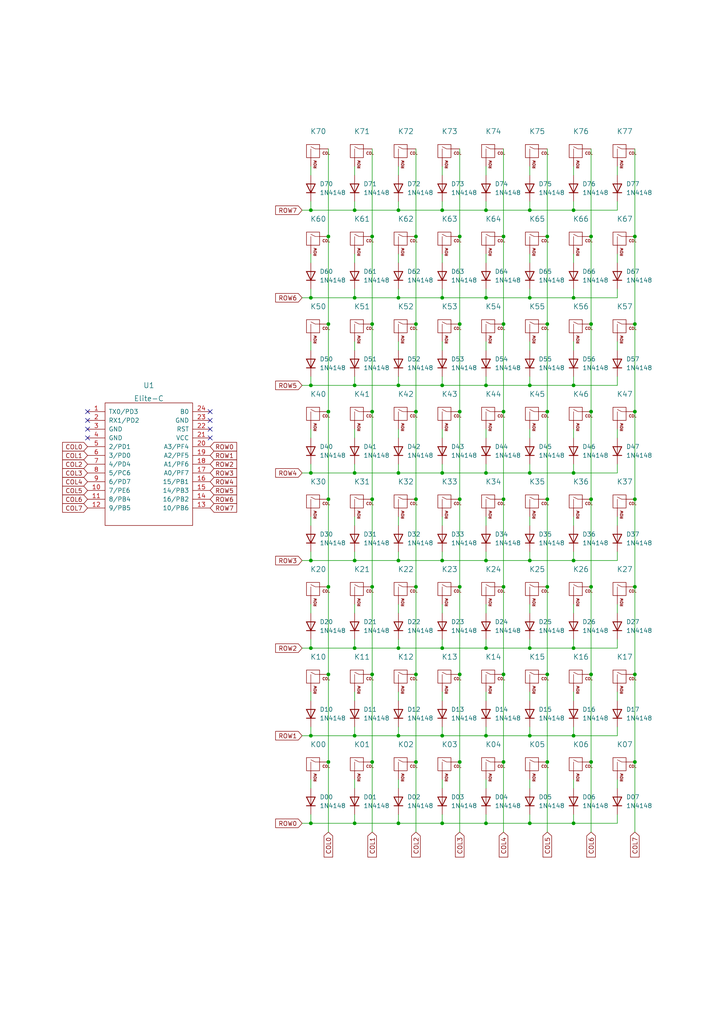
<source format=kicad_sch>
(kicad_sch (version 20211123) (generator eeschema)
  (paper "A4" portrait)
  (junction (at 120.65 195.58))
  (junction (at 158.75 68.58))
  (junction (at 158.75 119.38))
  (junction (at 102.87 238.76))
  (junction (at 146.05 195.58))
  (junction (at 171.45 144.78))
  (junction (at 128.27 213.36))
  (junction (at 95.25 119.38))
  (junction (at 90.17 213.36))
  (junction (at 107.95 93.98))
  (junction (at 133.35 144.78))
  (junction (at 107.95 220.98))
  (junction (at 120.65 220.98))
  (junction (at 166.37 162.56))
  (junction (at 184.15 144.78))
  (junction (at 184.15 220.98))
  (junction (at 158.75 170.18))
  (junction (at 153.67 238.76))
  (junction (at 158.75 195.58))
  (junction (at 171.45 220.98))
  (junction (at 184.15 93.98))
  (junction (at 128.27 187.96))
  (junction (at 133.35 220.98))
  (junction (at 153.67 213.36))
  (junction (at 115.57 213.36))
  (junction (at 102.87 86.36))
  (junction (at 146.05 170.18))
  (junction (at 120.65 68.58))
  (junction (at 146.05 93.98))
  (junction (at 128.27 111.76))
  (junction (at 102.87 60.96))
  (junction (at 107.95 195.58))
  (junction (at 166.37 137.16))
  (junction (at 115.57 60.96))
  (junction (at 166.37 60.96))
  (junction (at 146.05 119.38))
  (junction (at 120.65 119.38))
  (junction (at 90.17 162.56))
  (junction (at 102.87 137.16))
  (junction (at 90.17 60.96))
  (junction (at 171.45 93.98))
  (junction (at 128.27 238.76))
  (junction (at 158.75 144.78))
  (junction (at 95.25 93.98))
  (junction (at 102.87 187.96))
  (junction (at 90.17 238.76))
  (junction (at 140.97 238.76))
  (junction (at 140.97 213.36))
  (junction (at 133.35 170.18))
  (junction (at 153.67 137.16))
  (junction (at 133.35 68.58))
  (junction (at 128.27 162.56))
  (junction (at 128.27 137.16))
  (junction (at 102.87 111.76))
  (junction (at 120.65 170.18))
  (junction (at 133.35 93.98))
  (junction (at 146.05 144.78))
  (junction (at 115.57 137.16))
  (junction (at 166.37 86.36))
  (junction (at 153.67 187.96))
  (junction (at 90.17 187.96))
  (junction (at 95.25 170.18))
  (junction (at 90.17 137.16))
  (junction (at 158.75 93.98))
  (junction (at 115.57 162.56))
  (junction (at 95.25 68.58))
  (junction (at 153.67 86.36))
  (junction (at 115.57 187.96))
  (junction (at 107.95 68.58))
  (junction (at 184.15 68.58))
  (junction (at 95.25 195.58))
  (junction (at 171.45 170.18))
  (junction (at 140.97 162.56))
  (junction (at 184.15 195.58))
  (junction (at 171.45 195.58))
  (junction (at 128.27 86.36))
  (junction (at 140.97 137.16))
  (junction (at 140.97 60.96))
  (junction (at 166.37 238.76))
  (junction (at 128.27 60.96))
  (junction (at 140.97 187.96))
  (junction (at 115.57 86.36))
  (junction (at 107.95 144.78))
  (junction (at 95.25 220.98))
  (junction (at 115.57 238.76))
  (junction (at 120.65 93.98))
  (junction (at 133.35 195.58))
  (junction (at 140.97 86.36))
  (junction (at 171.45 68.58))
  (junction (at 171.45 119.38))
  (junction (at 102.87 162.56))
  (junction (at 107.95 119.38))
  (junction (at 140.97 111.76))
  (junction (at 153.67 60.96))
  (junction (at 158.75 220.98))
  (junction (at 184.15 119.38))
  (junction (at 153.67 111.76))
  (junction (at 166.37 213.36))
  (junction (at 184.15 170.18))
  (junction (at 102.87 213.36))
  (junction (at 146.05 68.58))
  (junction (at 146.05 220.98))
  (junction (at 107.95 170.18))
  (junction (at 95.25 144.78))
  (junction (at 153.67 162.56))
  (junction (at 90.17 111.76))
  (junction (at 166.37 111.76))
  (junction (at 166.37 187.96))
  (junction (at 90.17 86.36))
  (junction (at 120.65 144.78))
  (junction (at 133.35 119.38))
  (junction (at 115.57 111.76))
  (no_connect (at 25.4 124.46))
  (no_connect (at 25.4 119.38))
  (no_connect (at 25.4 121.92))
  (no_connect (at 25.4 127))
  (no_connect (at 60.96 127))
  (no_connect (at 60.96 121.92))
  (no_connect (at 60.96 124.46))
  (no_connect (at 60.96 119.38))
  (wire (pts (xy 115.57 226.06) (xy 115.57 228.6)))
  (wire (pts (xy 102.87 236.22) (xy 102.87 238.76)))
  (wire (pts (xy 95.25 93.98) (xy 95.25 119.38)))
  (wire (pts (xy 140.97 149.86) (xy 140.97 152.4)))
  (wire (pts (xy 140.97 99.06) (xy 140.97 101.6)))
  (wire (pts (xy 153.67 124.46) (xy 153.67 127)))
  (wire (pts (xy 128.27 137.16) (xy 140.97 137.16)))
  (wire (pts (xy 102.87 226.06) (xy 102.87 228.6)))
  (wire (pts (xy 102.87 185.42) (xy 102.87 187.96)))
  (wire (pts (xy 179.07 175.26) (xy 179.07 177.8)))
  (wire (pts (xy 115.57 187.96) (xy 128.27 187.96)))
  (wire (pts (xy 140.97 137.16) (xy 153.67 137.16)))
  (wire (pts (xy 140.97 187.96) (xy 153.67 187.96)))
  (wire (pts (xy 166.37 48.26) (xy 166.37 50.8)))
  (wire (pts (xy 120.65 93.98) (xy 120.65 119.38)))
  (wire (pts (xy 158.75 119.38) (xy 158.75 144.78)))
  (wire (pts (xy 171.45 144.78) (xy 171.45 170.18)))
  (wire (pts (xy 140.97 124.46) (xy 140.97 127)))
  (wire (pts (xy 128.27 83.82) (xy 128.27 86.36)))
  (wire (pts (xy 90.17 137.16) (xy 102.87 137.16)))
  (wire (pts (xy 90.17 134.62) (xy 90.17 137.16)))
  (wire (pts (xy 115.57 185.42) (xy 115.57 187.96)))
  (wire (pts (xy 166.37 226.06) (xy 166.37 228.6)))
  (wire (pts (xy 90.17 99.06) (xy 90.17 101.6)))
  (wire (pts (xy 146.05 220.98) (xy 146.05 241.3)))
  (wire (pts (xy 90.17 175.26) (xy 90.17 177.8)))
  (wire (pts (xy 115.57 86.36) (xy 128.27 86.36)))
  (wire (pts (xy 115.57 48.26) (xy 115.57 50.8)))
  (wire (pts (xy 153.67 86.36) (xy 166.37 86.36)))
  (wire (pts (xy 166.37 187.96) (xy 179.07 187.96)))
  (wire (pts (xy 171.45 170.18) (xy 171.45 195.58)))
  (wire (pts (xy 95.25 220.98) (xy 95.25 241.3)))
  (wire (pts (xy 90.17 60.96) (xy 102.87 60.96)))
  (wire (pts (xy 179.07 48.26) (xy 179.07 50.8)))
  (wire (pts (xy 153.67 160.02) (xy 153.67 162.56)))
  (wire (pts (xy 166.37 200.66) (xy 166.37 203.2)))
  (wire (pts (xy 90.17 238.76) (xy 102.87 238.76)))
  (wire (pts (xy 140.97 238.76) (xy 153.67 238.76)))
  (wire (pts (xy 179.07 162.56) (xy 179.07 160.02)))
  (wire (pts (xy 115.57 83.82) (xy 115.57 86.36)))
  (wire (pts (xy 128.27 236.22) (xy 128.27 238.76)))
  (wire (pts (xy 128.27 60.96) (xy 140.97 60.96)))
  (wire (pts (xy 115.57 73.66) (xy 115.57 76.2)))
  (wire (pts (xy 90.17 73.66) (xy 90.17 76.2)))
  (wire (pts (xy 171.45 220.98) (xy 171.45 241.3)))
  (wire (pts (xy 166.37 160.02) (xy 166.37 162.56)))
  (wire (pts (xy 153.67 187.96) (xy 166.37 187.96)))
  (wire (pts (xy 179.07 226.06) (xy 179.07 228.6)))
  (wire (pts (xy 140.97 175.26) (xy 140.97 177.8)))
  (wire (pts (xy 171.45 68.58) (xy 171.45 93.98)))
  (wire (pts (xy 102.87 187.96) (xy 115.57 187.96)))
  (wire (pts (xy 158.75 144.78) (xy 158.75 170.18)))
  (wire (pts (xy 133.35 119.38) (xy 133.35 144.78)))
  (wire (pts (xy 128.27 210.82) (xy 128.27 213.36)))
  (wire (pts (xy 179.07 73.66) (xy 179.07 76.2)))
  (wire (pts (xy 171.45 195.58) (xy 171.45 220.98)))
  (wire (pts (xy 166.37 238.76) (xy 179.07 238.76)))
  (wire (pts (xy 107.95 144.78) (xy 107.95 170.18)))
  (wire (pts (xy 153.67 236.22) (xy 153.67 238.76)))
  (wire (pts (xy 107.95 195.58) (xy 107.95 220.98)))
  (wire (pts (xy 90.17 124.46) (xy 90.17 127)))
  (wire (pts (xy 128.27 109.22) (xy 128.27 111.76)))
  (wire (pts (xy 153.67 137.16) (xy 166.37 137.16)))
  (wire (pts (xy 128.27 187.96) (xy 140.97 187.96)))
  (wire (pts (xy 90.17 200.66) (xy 90.17 203.2)))
  (wire (pts (xy 140.97 134.62) (xy 140.97 137.16)))
  (wire (pts (xy 87.63 213.36) (xy 90.17 213.36)))
  (wire (pts (xy 115.57 111.76) (xy 128.27 111.76)))
  (wire (pts (xy 120.65 68.58) (xy 120.65 93.98)))
  (wire (pts (xy 179.07 213.36) (xy 179.07 210.82)))
  (wire (pts (xy 90.17 210.82) (xy 90.17 213.36)))
  (wire (pts (xy 166.37 99.06) (xy 166.37 101.6)))
  (wire (pts (xy 158.75 68.58) (xy 158.75 93.98)))
  (wire (pts (xy 115.57 134.62) (xy 115.57 137.16)))
  (wire (pts (xy 166.37 60.96) (xy 179.07 60.96)))
  (wire (pts (xy 120.65 144.78) (xy 120.65 170.18)))
  (wire (pts (xy 179.07 149.86) (xy 179.07 152.4)))
  (wire (pts (xy 184.15 170.18) (xy 184.15 195.58)))
  (wire (pts (xy 120.65 170.18) (xy 120.65 195.58)))
  (wire (pts (xy 95.25 43.18) (xy 95.25 68.58)))
  (wire (pts (xy 90.17 86.36) (xy 102.87 86.36)))
  (wire (pts (xy 140.97 109.22) (xy 140.97 111.76)))
  (wire (pts (xy 90.17 149.86) (xy 90.17 152.4)))
  (wire (pts (xy 102.87 238.76) (xy 115.57 238.76)))
  (wire (pts (xy 102.87 73.66) (xy 102.87 76.2)))
  (wire (pts (xy 128.27 86.36) (xy 140.97 86.36)))
  (wire (pts (xy 153.67 149.86) (xy 153.67 152.4)))
  (wire (pts (xy 107.95 119.38) (xy 107.95 144.78)))
  (wire (pts (xy 133.35 144.78) (xy 133.35 170.18)))
  (wire (pts (xy 115.57 162.56) (xy 128.27 162.56)))
  (wire (pts (xy 87.63 162.56) (xy 90.17 162.56)))
  (wire (pts (xy 128.27 200.66) (xy 128.27 203.2)))
  (wire (pts (xy 128.27 149.86) (xy 128.27 152.4)))
  (wire (pts (xy 153.67 111.76) (xy 166.37 111.76)))
  (wire (pts (xy 153.67 185.42) (xy 153.67 187.96)))
  (wire (pts (xy 146.05 93.98) (xy 146.05 119.38)))
  (wire (pts (xy 166.37 210.82) (xy 166.37 213.36)))
  (wire (pts (xy 166.37 83.82) (xy 166.37 86.36)))
  (wire (pts (xy 179.07 60.96) (xy 179.07 58.42)))
  (wire (pts (xy 146.05 68.58) (xy 146.05 93.98)))
  (wire (pts (xy 184.15 195.58) (xy 184.15 220.98)))
  (wire (pts (xy 166.37 73.66) (xy 166.37 76.2)))
  (wire (pts (xy 90.17 111.76) (xy 102.87 111.76)))
  (wire (pts (xy 95.25 195.58) (xy 95.25 220.98)))
  (wire (pts (xy 102.87 124.46) (xy 102.87 127)))
  (wire (pts (xy 140.97 162.56) (xy 153.67 162.56)))
  (wire (pts (xy 166.37 175.26) (xy 166.37 177.8)))
  (wire (pts (xy 95.25 170.18) (xy 95.25 195.58)))
  (wire (pts (xy 153.67 58.42) (xy 153.67 60.96)))
  (wire (pts (xy 140.97 200.66) (xy 140.97 203.2)))
  (wire (pts (xy 153.67 73.66) (xy 153.67 76.2)))
  (wire (pts (xy 140.97 73.66) (xy 140.97 76.2)))
  (wire (pts (xy 166.37 149.86) (xy 166.37 152.4)))
  (wire (pts (xy 115.57 213.36) (xy 128.27 213.36)))
  (wire (pts (xy 133.35 68.58) (xy 133.35 93.98)))
  (wire (pts (xy 158.75 43.18) (xy 158.75 68.58)))
  (wire (pts (xy 87.63 187.96) (xy 90.17 187.96)))
  (wire (pts (xy 128.27 58.42) (xy 128.27 60.96)))
  (wire (pts (xy 153.67 99.06) (xy 153.67 101.6)))
  (wire (pts (xy 133.35 93.98) (xy 133.35 119.38)))
  (wire (pts (xy 90.17 226.06) (xy 90.17 228.6)))
  (wire (pts (xy 140.97 111.76) (xy 153.67 111.76)))
  (wire (pts (xy 153.67 60.96) (xy 166.37 60.96)))
  (wire (pts (xy 179.07 86.36) (xy 179.07 83.82)))
  (wire (pts (xy 140.97 226.06) (xy 140.97 228.6)))
  (wire (pts (xy 179.07 99.06) (xy 179.07 101.6)))
  (wire (pts (xy 128.27 238.76) (xy 140.97 238.76)))
  (wire (pts (xy 153.67 200.66) (xy 153.67 203.2)))
  (wire (pts (xy 166.37 58.42) (xy 166.37 60.96)))
  (wire (pts (xy 128.27 160.02) (xy 128.27 162.56)))
  (wire (pts (xy 140.97 236.22) (xy 140.97 238.76)))
  (wire (pts (xy 120.65 195.58) (xy 120.65 220.98)))
  (wire (pts (xy 133.35 170.18) (xy 133.35 195.58)))
  (wire (pts (xy 90.17 185.42) (xy 90.17 187.96)))
  (wire (pts (xy 120.65 119.38) (xy 120.65 144.78)))
  (wire (pts (xy 179.07 124.46) (xy 179.07 127)))
  (wire (pts (xy 140.97 48.26) (xy 140.97 50.8)))
  (wire (pts (xy 128.27 134.62) (xy 128.27 137.16)))
  (wire (pts (xy 102.87 111.76) (xy 115.57 111.76)))
  (wire (pts (xy 115.57 175.26) (xy 115.57 177.8)))
  (wire (pts (xy 153.67 213.36) (xy 166.37 213.36)))
  (wire (pts (xy 115.57 58.42) (xy 115.57 60.96)))
  (wire (pts (xy 133.35 220.98) (xy 133.35 241.3)))
  (wire (pts (xy 120.65 43.18) (xy 120.65 68.58)))
  (wire (pts (xy 166.37 185.42) (xy 166.37 187.96)))
  (wire (pts (xy 102.87 86.36) (xy 115.57 86.36)))
  (wire (pts (xy 107.95 220.98) (xy 107.95 241.3)))
  (wire (pts (xy 87.63 60.96) (xy 90.17 60.96)))
  (wire (pts (xy 184.15 93.98) (xy 184.15 119.38)))
  (wire (pts (xy 90.17 160.02) (xy 90.17 162.56)))
  (wire (pts (xy 90.17 162.56) (xy 102.87 162.56)))
  (wire (pts (xy 171.45 93.98) (xy 171.45 119.38)))
  (wire (pts (xy 115.57 210.82) (xy 115.57 213.36)))
  (wire (pts (xy 115.57 60.96) (xy 128.27 60.96)))
  (wire (pts (xy 107.95 43.18) (xy 107.95 68.58)))
  (wire (pts (xy 107.95 68.58) (xy 107.95 93.98)))
  (wire (pts (xy 95.25 119.38) (xy 95.25 144.78)))
  (wire (pts (xy 128.27 226.06) (xy 128.27 228.6)))
  (wire (pts (xy 102.87 99.06) (xy 102.87 101.6)))
  (wire (pts (xy 140.97 60.96) (xy 153.67 60.96)))
  (wire (pts (xy 128.27 124.46) (xy 128.27 127)))
  (wire (pts (xy 153.67 175.26) (xy 153.67 177.8)))
  (wire (pts (xy 102.87 162.56) (xy 115.57 162.56)))
  (wire (pts (xy 128.27 185.42) (xy 128.27 187.96)))
  (wire (pts (xy 184.15 119.38) (xy 184.15 144.78)))
  (wire (pts (xy 90.17 48.26) (xy 90.17 50.8)))
  (wire (pts (xy 102.87 137.16) (xy 115.57 137.16)))
  (wire (pts (xy 153.67 238.76) (xy 166.37 238.76)))
  (wire (pts (xy 128.27 73.66) (xy 128.27 76.2)))
  (wire (pts (xy 102.87 134.62) (xy 102.87 137.16)))
  (wire (pts (xy 115.57 99.06) (xy 115.57 101.6)))
  (wire (pts (xy 128.27 213.36) (xy 140.97 213.36)))
  (wire (pts (xy 179.07 137.16) (xy 179.07 134.62)))
  (wire (pts (xy 128.27 111.76) (xy 140.97 111.76)))
  (wire (pts (xy 128.27 175.26) (xy 128.27 177.8)))
  (wire (pts (xy 166.37 213.36) (xy 179.07 213.36)))
  (wire (pts (xy 87.63 111.76) (xy 90.17 111.76)))
  (wire (pts (xy 102.87 160.02) (xy 102.87 162.56)))
  (wire (pts (xy 87.63 137.16) (xy 90.17 137.16)))
  (wire (pts (xy 184.15 43.18) (xy 184.15 68.58)))
  (wire (pts (xy 153.67 83.82) (xy 153.67 86.36)))
  (wire (pts (xy 184.15 68.58) (xy 184.15 93.98)))
  (wire (pts (xy 102.87 210.82) (xy 102.87 213.36)))
  (wire (pts (xy 166.37 137.16) (xy 179.07 137.16)))
  (wire (pts (xy 166.37 109.22) (xy 166.37 111.76)))
  (wire (pts (xy 153.67 109.22) (xy 153.67 111.76)))
  (wire (pts (xy 115.57 236.22) (xy 115.57 238.76)))
  (wire (pts (xy 184.15 220.98) (xy 184.15 241.3)))
  (wire (pts (xy 90.17 109.22) (xy 90.17 111.76)))
  (wire (pts (xy 95.25 68.58) (xy 95.25 93.98)))
  (wire (pts (xy 140.97 58.42) (xy 140.97 60.96)))
  (wire (pts (xy 166.37 111.76) (xy 179.07 111.76)))
  (wire (pts (xy 146.05 119.38) (xy 146.05 144.78)))
  (wire (pts (xy 140.97 213.36) (xy 153.67 213.36)))
  (wire (pts (xy 146.05 43.18) (xy 146.05 68.58)))
  (wire (pts (xy 179.07 200.66) (xy 179.07 203.2)))
  (wire (pts (xy 184.15 144.78) (xy 184.15 170.18)))
  (wire (pts (xy 140.97 210.82) (xy 140.97 213.36)))
  (wire (pts (xy 146.05 195.58) (xy 146.05 220.98)))
  (wire (pts (xy 107.95 93.98) (xy 107.95 119.38)))
  (wire (pts (xy 146.05 170.18) (xy 146.05 195.58)))
  (wire (pts (xy 158.75 195.58) (xy 158.75 220.98)))
  (wire (pts (xy 166.37 236.22) (xy 166.37 238.76)))
  (wire (pts (xy 133.35 195.58) (xy 133.35 220.98)))
  (wire (pts (xy 102.87 109.22) (xy 102.87 111.76)))
  (wire (pts (xy 90.17 83.82) (xy 90.17 86.36)))
  (wire (pts (xy 102.87 83.82) (xy 102.87 86.36)))
  (wire (pts (xy 153.67 48.26) (xy 153.67 50.8)))
  (wire (pts (xy 171.45 43.18) (xy 171.45 68.58)))
  (wire (pts (xy 171.45 119.38) (xy 171.45 144.78)))
  (wire (pts (xy 120.65 220.98) (xy 120.65 241.3)))
  (wire (pts (xy 102.87 58.42) (xy 102.87 60.96)))
  (wire (pts (xy 153.67 210.82) (xy 153.67 213.36)))
  (wire (pts (xy 115.57 109.22) (xy 115.57 111.76)))
  (wire (pts (xy 158.75 93.98) (xy 158.75 119.38)))
  (wire (pts (xy 87.63 238.76) (xy 90.17 238.76)))
  (wire (pts (xy 153.67 226.06) (xy 153.67 228.6)))
  (wire (pts (xy 90.17 236.22) (xy 90.17 238.76)))
  (wire (pts (xy 158.75 170.18) (xy 158.75 195.58)))
  (wire (pts (xy 128.27 99.06) (xy 128.27 101.6)))
  (wire (pts (xy 179.07 111.76) (xy 179.07 109.22)))
  (wire (pts (xy 102.87 149.86) (xy 102.87 152.4)))
  (wire (pts (xy 90.17 213.36) (xy 102.87 213.36)))
  (wire (pts (xy 140.97 86.36) (xy 153.67 86.36)))
  (wire (pts (xy 179.07 187.96) (xy 179.07 185.42)))
  (wire (pts (xy 128.27 48.26) (xy 128.27 50.8)))
  (wire (pts (xy 179.07 236.22) (xy 179.07 238.76)))
  (wire (pts (xy 115.57 238.76) (xy 128.27 238.76)))
  (wire (pts (xy 115.57 149.86) (xy 115.57 152.4)))
  (wire (pts (xy 166.37 162.56) (xy 179.07 162.56)))
  (wire (pts (xy 115.57 137.16) (xy 128.27 137.16)))
  (wire (pts (xy 140.97 185.42) (xy 140.97 187.96)))
  (wire (pts (xy 115.57 160.02) (xy 115.57 162.56)))
  (wire (pts (xy 115.57 200.66) (xy 115.57 203.2)))
  (wire (pts (xy 166.37 134.62) (xy 166.37 137.16)))
  (wire (pts (xy 146.05 144.78) (xy 146.05 170.18)))
  (wire (pts (xy 95.25 144.78) (xy 95.25 170.18)))
  (wire (pts (xy 87.63 86.36) (xy 90.17 86.36)))
  (wire (pts (xy 140.97 160.02) (xy 140.97 162.56)))
  (wire (pts (xy 102.87 200.66) (xy 102.87 203.2)))
  (wire (pts (xy 102.87 213.36) (xy 115.57 213.36)))
  (wire (pts (xy 115.57 124.46) (xy 115.57 127)))
  (wire (pts (xy 166.37 124.46) (xy 166.37 127)))
  (wire (pts (xy 102.87 175.26) (xy 102.87 177.8)))
  (wire (pts (xy 140.97 83.82) (xy 140.97 86.36)))
  (wire (pts (xy 90.17 187.96) (xy 102.87 187.96)))
  (wire (pts (xy 90.17 58.42) (xy 90.17 60.96)))
  (wire (pts (xy 133.35 43.18) (xy 133.35 68.58)))
  (wire (pts (xy 153.67 162.56) (xy 166.37 162.56)))
  (wire (pts (xy 102.87 48.26) (xy 102.87 50.8)))
  (wire (pts (xy 102.87 60.96) (xy 115.57 60.96)))
  (wire (pts (xy 158.75 220.98) (xy 158.75 241.3)))
  (wire (pts (xy 128.27 162.56) (xy 140.97 162.56)))
  (wire (pts (xy 107.95 170.18) (xy 107.95 195.58)))
  (wire (pts (xy 166.37 86.36) (xy 179.07 86.36)))
  (wire (pts (xy 153.67 134.62) (xy 153.67 137.16)))
  (global_label "ROW0" (shape input) (at 60.96 129.54 0) (property "シート間のリファレンス" "${INTERSHEET_REFS}" (effects hide)))
  (global_label "COL4" (shape input) (at 146.05 241.3 270) (property "シート間のリファレンス" "${INTERSHEET_REFS}" (effects hide)))
  (global_label "COL3" (shape input) (at 25.4 137.16 180) (property "シート間のリファレンス" "${INTERSHEET_REFS}" (effects hide)))
  (global_label "ROW6" (shape input) (at 60.96 144.78 0) (property "シート間のリファレンス" "${INTERSHEET_REFS}" (effects hide)))
  (global_label "ROW2" (shape input) (at 60.96 134.62 0) (property "シート間のリファレンス" "${INTERSHEET_REFS}" (effects hide)))
  (global_label "COL7" (shape input) (at 184.15 241.3 270) (property "シート間のリファレンス" "${INTERSHEET_REFS}" (effects hide)))
  (global_label "ROW3" (shape input) (at 87.63 162.56 180) (property "シート間のリファレンス" "${INTERSHEET_REFS}" (effects hide)))
  (global_label "COL5" (shape input) (at 25.4 142.24 180) (property "シート間のリファレンス" "${INTERSHEET_REFS}" (effects hide)))
  (global_label "COL7" (shape input) (at 25.4 147.32 180) (property "シート間のリファレンス" "${INTERSHEET_REFS}" (effects hide)))
  (global_label "ROW4" (shape input) (at 87.63 137.16 180) (property "シート間のリファレンス" "${INTERSHEET_REFS}" (effects hide)))
  (global_label "COL1" (shape input) (at 107.95 241.3 270) (property "シート間のリファレンス" "${INTERSHEET_REFS}" (effects hide)))
  (global_label "COL1" (shape input) (at 25.4 132.08 180) (property "シート間のリファレンス" "${INTERSHEET_REFS}" (effects hide)))
  (global_label "COL6" (shape input) (at 171.45 241.3 270) (property "シート間のリファレンス" "${INTERSHEET_REFS}" (effects hide)))
  (global_label "ROW7" (shape input) (at 87.63 60.96 180) (property "シート間のリファレンス" "${INTERSHEET_REFS}" (effects hide)))
  (global_label "COL3" (shape input) (at 133.35 241.3 270) (property "シート間のリファレンス" "${INTERSHEET_REFS}" (effects hide)))
  (global_label "ROW0" (shape input) (at 87.63 238.76 180) (property "シート間のリファレンス" "${INTERSHEET_REFS}" (effects hide)))
  (global_label "COL0" (shape input) (at 95.25 241.3 270) (property "シート間のリファレンス" "${INTERSHEET_REFS}" (effects hide)))
  (global_label "ROW5" (shape input) (at 60.96 142.24 0) (property "シート間のリファレンス" "${INTERSHEET_REFS}" (effects hide)))
  (global_label "COL5" (shape input) (at 158.75 241.3 270) (property "シート間のリファレンス" "${INTERSHEET_REFS}" (effects hide)))
  (global_label "ROW6" (shape input) (at 87.63 86.36 180) (property "シート間のリファレンス" "${INTERSHEET_REFS}" (effects hide)))
  (global_label "COL2" (shape input) (at 120.65 241.3 270) (property "シート間のリファレンス" "${INTERSHEET_REFS}" (effects hide)))
  (global_label "ROW2" (shape input) (at 87.63 187.96 180) (property "シート間のリファレンス" "${INTERSHEET_REFS}" (effects hide)))
  (global_label "ROW3" (shape input) (at 60.96 137.16 0) (property "シート間のリファレンス" "${INTERSHEET_REFS}" (effects hide)))
  (global_label "ROW1" (shape input) (at 87.63 213.36 180) (property "シート間のリファレンス" "${INTERSHEET_REFS}" (effects hide)))
  (global_label "ROW7" (shape input) (at 60.96 147.32 0) (property "シート間のリファレンス" "${INTERSHEET_REFS}" (effects hide)))
  (global_label "ROW1" (shape input) (at 60.96 132.08 0) (property "シート間のリファレンス" "${INTERSHEET_REFS}" (effects hide)))
  (global_label "COL0" (shape input) (at 25.4 129.54 180) (property "シート間のリファレンス" "${INTERSHEET_REFS}" (effects hide)))
  (global_label "COL2" (shape input) (at 25.4 134.62 180) (property "シート間のリファレンス" "${INTERSHEET_REFS}" (effects hide)))
  (global_label "COL4" (shape input) (at 25.4 139.7 180) (property "シート間のリファレンス" "${INTERSHEET_REFS}" (effects hide)))
  (global_label "ROW5" (shape input) (at 87.63 111.76 180) (property "シート間のリファレンス" "${INTERSHEET_REFS}" (effects hide)))
  (global_label "COL6" (shape input) (at 25.4 144.78 180) (property "シート間のリファレンス" "${INTERSHEET_REFS}" (effects hide)))
  (global_label "ROW4" (shape input) (at 60.96 139.7 0) (property "シート間のリファレンス" "${INTERSHEET_REFS}" (effects hide)))
  (symbol (lib_id "MX_Alps_Hybrid:MX-NoLED") (at 142.24 95.25 0) (unit 1)
    (property "Reference" "K54" (at 143.1256 88.9 0) (effects (font (size 1.524 1.524))))
    (property "Value" "MX-NoLED" (effects hide))
    (property "Footprint" "MX_Alps_Hybrid:MX-1U-NoLED" (effects hide))
  )
  (symbol (lib_id "MX_Alps_Hybrid:MX-NoLED") (at 129.54 222.25 0) (unit 1)
    (property "Reference" "K03" (at 130.4256 215.9 0) (effects (font (size 1.524 1.524))))
    (property "Value" "MX-NoLED" (effects hide))
    (property "Footprint" "MX_Alps_Hybrid:MX-1U-NoLED" (effects hide))
  )
  (symbol (lib_id "Diode:1N4148") (at 90.17 207.01 90) (unit 1)
    (property "Reference" "D10" (at 92.71 205.7399 90) (effects (justify right)))
    (property "Value" "1N4148" (at 92.71 208.2799 90) (effects (justify right)))
    (property "Footprint" "Diode_THT:D_DO-35_SOD27_P7.62mm_Horizontal" (effects hide))
    (property "Datasheet" "https://assets.nexperia.com/documents/data-sheet/1N4148_1N4448.pdf" (effects hide))
  )
  (symbol (lib_id "MX_Alps_Hybrid:MX-NoLED") (at 154.94 146.05 0) (unit 1)
    (property "Reference" "K35" (at 155.8256 139.7 0) (effects (font (size 1.524 1.524))))
    (property "Value" "MX-NoLED" (effects hide))
    (property "Footprint" "MX_Alps_Hybrid:MX-1U-NoLED" (effects hide))
  )
  (symbol (lib_id "MX_Alps_Hybrid:MX-NoLED") (at 142.24 120.65 0) (unit 1)
    (property "Reference" "K44" (at 143.1256 114.3 0) (effects (font (size 1.524 1.524))))
    (property "Value" "MX-NoLED" (effects hide))
    (property "Footprint" "MX_Alps_Hybrid:MX-1U-NoLED" (effects hide))
  )
  (symbol (lib_id "Diode:1N4148") (at 166.37 54.61 90) (unit 1)
    (property "Reference" "D76" (at 168.91 53.3399 90) (effects (justify right)))
    (property "Value" "1N4148" (at 168.91 55.8799 90) (effects (justify right)))
    (property "Footprint" "Diode_THT:D_DO-35_SOD27_P7.62mm_Horizontal" (effects hide))
    (property "Datasheet" "https://assets.nexperia.com/documents/data-sheet/1N4148_1N4448.pdf" (effects hide))
  )
  (symbol (lib_id "Diode:1N4148") (at 153.67 207.01 90) (unit 1)
    (property "Reference" "D15" (at 156.21 205.7399 90) (effects (justify right)))
    (property "Value" "1N4148" (at 156.21 208.2799 90) (effects (justify right)))
    (property "Footprint" "Diode_THT:D_DO-35_SOD27_P7.62mm_Horizontal" (effects hide))
    (property "Datasheet" "https://assets.nexperia.com/documents/data-sheet/1N4148_1N4448.pdf" (effects hide))
  )
  (symbol (lib_id "MX_Alps_Hybrid:MX-NoLED") (at 116.84 146.05 0) (unit 1)
    (property "Reference" "K32" (at 117.7256 139.7 0) (effects (font (size 1.524 1.524))))
    (property "Value" "MX-NoLED" (effects hide))
    (property "Footprint" "MX_Alps_Hybrid:MX-1U-NoLED" (effects hide))
  )
  (symbol (lib_id "MX_Alps_Hybrid:MX-NoLED") (at 91.44 44.45 0) (unit 1)
    (property "Reference" "K70" (at 92.3256 38.1 0) (effects (font (size 1.524 1.524))))
    (property "Value" "MX-NoLED" (effects hide))
    (property "Footprint" "MX_Alps_Hybrid:MX-1U-NoLED" (effects hide))
  )
  (symbol (lib_id "MX_Alps_Hybrid:MX-NoLED") (at 142.24 146.05 0) (unit 1)
    (property "Reference" "K34" (at 143.1256 139.7 0) (effects (font (size 1.524 1.524))))
    (property "Value" "MX-NoLED" (effects hide))
    (property "Footprint" "MX_Alps_Hybrid:MX-1U-NoLED" (effects hide))
  )
  (symbol (lib_id "MX_Alps_Hybrid:MX-NoLED") (at 104.14 120.65 0) (unit 1)
    (property "Reference" "K41" (at 105.0256 114.3 0) (effects (font (size 1.524 1.524))))
    (property "Value" "MX-NoLED" (effects hide))
    (property "Footprint" "MX_Alps_Hybrid:MX-1U-NoLED" (effects hide))
  )
  (symbol (lib_id "Diode:1N4148") (at 128.27 156.21 90) (unit 1)
    (property "Reference" "D33" (at 130.81 154.9399 90) (effects (justify right)))
    (property "Value" "1N4148" (at 130.81 157.4799 90) (effects (justify right)))
    (property "Footprint" "Diode_THT:D_DO-35_SOD27_P7.62mm_Horizontal" (effects hide))
    (property "Datasheet" "https://assets.nexperia.com/documents/data-sheet/1N4148_1N4448.pdf" (effects hide))
  )
  (symbol (lib_id "Diode:1N4148") (at 90.17 80.01 90) (unit 1)
    (property "Reference" "D60" (at 92.71 78.7399 90) (effects (justify right)))
    (property "Value" "1N4148" (at 92.71 81.2799 90) (effects (justify right)))
    (property "Footprint" "Diode_THT:D_DO-35_SOD27_P7.62mm_Horizontal" (effects hide))
    (property "Datasheet" "https://assets.nexperia.com/documents/data-sheet/1N4148_1N4448.pdf" (effects hide))
  )
  (symbol (lib_id "Diode:1N4148") (at 128.27 105.41 90) (unit 1)
    (property "Reference" "D53" (at 130.81 104.1399 90) (effects (justify right)))
    (property "Value" "1N4148" (at 130.81 106.6799 90) (effects (justify right)))
    (property "Footprint" "Diode_THT:D_DO-35_SOD27_P7.62mm_Horizontal" (effects hide))
    (property "Datasheet" "https://assets.nexperia.com/documents/data-sheet/1N4148_1N4448.pdf" (effects hide))
  )
  (symbol (lib_id "MX_Alps_Hybrid:MX-NoLED") (at 104.14 69.85 0) (unit 1)
    (property "Reference" "K61" (at 105.0256 63.5 0) (effects (font (size 1.524 1.524))))
    (property "Value" "MX-NoLED" (effects hide))
    (property "Footprint" "MX_Alps_Hybrid:MX-1U-NoLED" (effects hide))
  )
  (symbol (lib_id "Diode:1N4148") (at 179.07 54.61 90) (unit 1)
    (property "Reference" "D77" (at 181.61 53.3399 90) (effects (justify right)))
    (property "Value" "1N4148" (at 181.61 55.8799 90) (effects (justify right)))
    (property "Footprint" "Diode_THT:D_DO-35_SOD27_P7.62mm_Horizontal" (effects hide))
    (property "Datasheet" "https://assets.nexperia.com/documents/data-sheet/1N4148_1N4448.pdf" (effects hide))
  )
  (symbol (lib_id "MX_Alps_Hybrid:MX-NoLED") (at 180.34 171.45 0) (unit 1)
    (property "Reference" "K27" (at 181.2256 165.1 0) (effects (font (size 1.524 1.524))))
    (property "Value" "MX-NoLED" (effects hide))
    (property "Footprint" "MX_Alps_Hybrid:MX-1U-NoLED" (effects hide))
  )
  (symbol (lib_id "Diode:1N4148") (at 179.07 232.41 90) (unit 1)
    (property "Reference" "D07" (at 181.61 231.1399 90) (effects (justify right)))
    (property "Value" "1N4148" (at 181.61 233.6799 90) (effects (justify right)))
    (property "Footprint" "Diode_THT:D_DO-35_SOD27_P7.62mm_Horizontal" (effects hide))
    (property "Datasheet" "https://assets.nexperia.com/documents/data-sheet/1N4148_1N4448.pdf" (effects hide))
  )
  (symbol (lib_id "MX_Alps_Hybrid:MX-NoLED") (at 91.44 95.25 0) (unit 1)
    (property "Reference" "K50" (at 92.3256 88.9 0) (effects (font (size 1.524 1.524))))
    (property "Value" "MX-NoLED" (effects hide))
    (property "Footprint" "MX_Alps_Hybrid:MX-1U-NoLED" (effects hide))
  )
  (symbol (lib_id "MX_Alps_Hybrid:MX-NoLED") (at 167.64 95.25 0) (unit 1)
    (property "Reference" "K56" (at 168.5256 88.9 0) (effects (font (size 1.524 1.524))))
    (property "Value" "MX-NoLED" (effects hide))
    (property "Footprint" "MX_Alps_Hybrid:MX-1U-NoLED" (effects hide))
  )
  (symbol (lib_id "Diode:1N4148") (at 90.17 156.21 90) (unit 1)
    (property "Reference" "D30" (at 92.71 154.9399 90) (effects (justify right)))
    (property "Value" "1N4148" (at 92.71 157.4799 90) (effects (justify right)))
    (property "Footprint" "Diode_THT:D_DO-35_SOD27_P7.62mm_Horizontal" (effects hide))
    (property "Datasheet" "https://assets.nexperia.com/documents/data-sheet/1N4148_1N4448.pdf" (effects hide))
  )
  (symbol (lib_id "Diode:1N4148") (at 90.17 105.41 90) (unit 1)
    (property "Reference" "D50" (at 92.71 104.1399 90) (effects (justify right)))
    (property "Value" "1N4148" (at 92.71 106.6799 90) (effects (justify right)))
    (property "Footprint" "Diode_THT:D_DO-35_SOD27_P7.62mm_Horizontal" (effects hide))
    (property "Datasheet" "https://assets.nexperia.com/documents/data-sheet/1N4148_1N4448.pdf" (effects hide))
  )
  (symbol (lib_id "Diode:1N4148") (at 153.67 54.61 90) (unit 1)
    (property "Reference" "D75" (at 156.21 53.3399 90) (effects (justify right)))
    (property "Value" "1N4148" (at 156.21 55.8799 90) (effects (justify right)))
    (property "Footprint" "Diode_THT:D_DO-35_SOD27_P7.62mm_Horizontal" (effects hide))
    (property "Datasheet" "https://assets.nexperia.com/documents/data-sheet/1N4148_1N4448.pdf" (effects hide))
  )
  (symbol (lib_id "Diode:1N4148") (at 115.57 105.41 90) (unit 1)
    (property "Reference" "D52" (at 118.11 104.1399 90) (effects (justify right)))
    (property "Value" "1N4148" (at 118.11 106.6799 90) (effects (justify right)))
    (property "Footprint" "Diode_THT:D_DO-35_SOD27_P7.62mm_Horizontal" (effects hide))
    (property "Datasheet" "https://assets.nexperia.com/documents/data-sheet/1N4148_1N4448.pdf" (effects hide))
  )
  (symbol (lib_id "Diode:1N4148") (at 140.97 80.01 90) (unit 1)
    (property "Reference" "D64" (at 143.51 78.7399 90) (effects (justify right)))
    (property "Value" "1N4148" (at 143.51 81.2799 90) (effects (justify right)))
    (property "Footprint" "Diode_THT:D_DO-35_SOD27_P7.62mm_Horizontal" (effects hide))
    (property "Datasheet" "https://assets.nexperia.com/documents/data-sheet/1N4148_1N4448.pdf" (effects hide))
  )
  (symbol (lib_id "MX_Alps_Hybrid:MX-NoLED") (at 142.24 171.45 0) (unit 1)
    (property "Reference" "K24" (at 143.1256 165.1 0) (effects (font (size 1.524 1.524))))
    (property "Value" "MX-NoLED" (effects hide))
    (property "Footprint" "MX_Alps_Hybrid:MX-1U-NoLED" (effects hide))
  )
  (symbol (lib_id "Diode:1N4148") (at 166.37 105.41 90) (unit 1)
    (property "Reference" "D56" (at 168.91 104.1399 90) (effects (justify right)))
    (property "Value" "1N4148" (at 168.91 106.6799 90) (effects (justify right)))
    (property "Footprint" "Diode_THT:D_DO-35_SOD27_P7.62mm_Horizontal" (effects hide))
    (property "Datasheet" "https://assets.nexperia.com/documents/data-sheet/1N4148_1N4448.pdf" (effects hide))
  )
  (symbol (lib_id "Diode:1N4148") (at 102.87 232.41 90) (unit 1)
    (property "Reference" "D01" (at 105.41 231.1399 90) (effects (justify right)))
    (property "Value" "1N4148" (at 105.41 233.6799 90) (effects (justify right)))
    (property "Footprint" "Diode_THT:D_DO-35_SOD27_P7.62mm_Horizontal" (effects hide))
    (property "Datasheet" "https://assets.nexperia.com/documents/data-sheet/1N4148_1N4448.pdf" (effects hide))
  )
  (symbol (lib_id "Diode:1N4148") (at 128.27 181.61 90) (unit 1)
    (property "Reference" "D23" (at 130.81 180.3399 90) (effects (justify right)))
    (property "Value" "1N4148" (at 130.81 182.8799 90) (effects (justify right)))
    (property "Footprint" "Diode_THT:D_DO-35_SOD27_P7.62mm_Horizontal" (effects hide))
    (property "Datasheet" "https://assets.nexperia.com/documents/data-sheet/1N4148_1N4448.pdf" (effects hide))
  )
  (symbol (lib_id "MX_Alps_Hybrid:MX-NoLED") (at 129.54 146.05 0) (unit 1)
    (property "Reference" "K33" (at 130.4256 139.7 0) (effects (font (size 1.524 1.524))))
    (property "Value" "MX-NoLED" (effects hide))
    (property "Footprint" "MX_Alps_Hybrid:MX-1U-NoLED" (effects hide))
  )
  (symbol (lib_id "MX_Alps_Hybrid:MX-NoLED") (at 167.64 222.25 0) (unit 1)
    (property "Reference" "K06" (at 168.5256 215.9 0) (effects (font (size 1.524 1.524))))
    (property "Value" "MX-NoLED" (effects hide))
    (property "Footprint" "MX_Alps_Hybrid:MX-1U-NoLED" (effects hide))
  )
  (symbol (lib_id "MX_Alps_Hybrid:MX-NoLED") (at 116.84 120.65 0) (unit 1)
    (property "Reference" "K42" (at 117.7256 114.3 0) (effects (font (size 1.524 1.524))))
    (property "Value" "MX-NoLED" (effects hide))
    (property "Footprint" "MX_Alps_Hybrid:MX-1U-NoLED" (effects hide))
  )
  (symbol (lib_id "Diode:1N4148") (at 140.97 181.61 90) (unit 1)
    (property "Reference" "D24" (at 143.51 180.3399 90) (effects (justify right)))
    (property "Value" "1N4148" (at 143.51 182.8799 90) (effects (justify right)))
    (property "Footprint" "Diode_THT:D_DO-35_SOD27_P7.62mm_Horizontal" (effects hide))
    (property "Datasheet" "https://assets.nexperia.com/documents/data-sheet/1N4148_1N4448.pdf" (effects hide))
  )
  (symbol (lib_id "MX_Alps_Hybrid:MX-NoLED") (at 154.94 171.45 0) (unit 1)
    (property "Reference" "K25" (at 155.8256 165.1 0) (effects (font (size 1.524 1.524))))
    (property "Value" "MX-NoLED" (effects hide))
    (property "Footprint" "MX_Alps_Hybrid:MX-1U-NoLED" (effects hide))
  )
  (symbol (lib_id "Diode:1N4148") (at 179.07 156.21 90) (unit 1)
    (property "Reference" "D37" (at 181.61 154.9399 90) (effects (justify right)))
    (property "Value" "1N4148" (at 181.61 157.4799 90) (effects (justify right)))
    (property "Footprint" "Diode_THT:D_DO-35_SOD27_P7.62mm_Horizontal" (effects hide))
    (property "Datasheet" "https://assets.nexperia.com/documents/data-sheet/1N4148_1N4448.pdf" (effects hide))
  )
  (symbol (lib_id "MX_Alps_Hybrid:MX-NoLED") (at 104.14 171.45 0) (unit 1)
    (property "Reference" "K21" (at 105.0256 165.1 0) (effects (font (size 1.524 1.524))))
    (property "Value" "MX-NoLED" (effects hide))
    (property "Footprint" "MX_Alps_Hybrid:MX-1U-NoLED" (effects hide))
  )
  (symbol (lib_id "Diode:1N4148") (at 115.57 207.01 90) (unit 1)
    (property "Reference" "D12" (at 118.11 205.7399 90) (effects (justify right)))
    (property "Value" "1N4148" (at 118.11 208.2799 90) (effects (justify right)))
    (property "Footprint" "Diode_THT:D_DO-35_SOD27_P7.62mm_Horizontal" (effects hide))
    (property "Datasheet" "https://assets.nexperia.com/documents/data-sheet/1N4148_1N4448.pdf" (effects hide))
  )
  (symbol (lib_id "MX_Alps_Hybrid:MX-NoLED") (at 104.14 95.25 0) (unit 1)
    (property "Reference" "K51" (at 105.0256 88.9 0) (effects (font (size 1.524 1.524))))
    (property "Value" "MX-NoLED" (effects hide))
    (property "Footprint" "MX_Alps_Hybrid:MX-1U-NoLED" (effects hide))
  )
  (symbol (lib_id "MX_Alps_Hybrid:MX-NoLED") (at 180.34 196.85 0) (unit 1)
    (property "Reference" "K17" (at 181.2256 190.5 0) (effects (font (size 1.524 1.524))))
    (property "Value" "MX-NoLED" (effects hide))
    (property "Footprint" "MX_Alps_Hybrid:MX-1U-NoLED" (effects hide))
  )
  (symbol (lib_id "Diode:1N4148") (at 153.67 232.41 90) (unit 1)
    (property "Reference" "D05" (at 156.21 231.1399 90) (effects (justify right)))
    (property "Value" "1N4148" (at 156.21 233.6799 90) (effects (justify right)))
    (property "Footprint" "Diode_THT:D_DO-35_SOD27_P7.62mm_Horizontal" (effects hide))
    (property "Datasheet" "https://assets.nexperia.com/documents/data-sheet/1N4148_1N4448.pdf" (effects hide))
  )
  (symbol (lib_id "MX_Alps_Hybrid:MX-NoLED") (at 180.34 146.05 0) (unit 1)
    (property "Reference" "K37" (at 181.2256 139.7 0) (effects (font (size 1.524 1.524))))
    (property "Value" "MX-NoLED" (effects hide))
    (property "Footprint" "MX_Alps_Hybrid:MX-1U-NoLED" (effects hide))
  )
  (symbol (lib_id "MX_Alps_Hybrid:MX-NoLED") (at 154.94 120.65 0) (unit 1)
    (property "Reference" "K45" (at 155.8256 114.3 0) (effects (font (size 1.524 1.524))))
    (property "Value" "MX-NoLED" (effects hide))
    (property "Footprint" "MX_Alps_Hybrid:MX-1U-NoLED" (effects hide))
  )
  (symbol (lib_id "Diode:1N4148") (at 102.87 207.01 90) (unit 1)
    (property "Reference" "D11" (at 105.41 205.7399 90) (effects (justify right)))
    (property "Value" "1N4148" (at 105.41 208.2799 90) (effects (justify right)))
    (property "Footprint" "Diode_THT:D_DO-35_SOD27_P7.62mm_Horizontal" (effects hide))
    (property "Datasheet" "https://assets.nexperia.com/documents/data-sheet/1N4148_1N4448.pdf" (effects hide))
  )
  (symbol (lib_id "Diode:1N4148") (at 140.97 105.41 90) (unit 1)
    (property "Reference" "D54" (at 143.51 104.1399 90) (effects (justify right)))
    (property "Value" "1N4148" (at 143.51 106.6799 90) (effects (justify right)))
    (property "Footprint" "Diode_THT:D_DO-35_SOD27_P7.62mm_Horizontal" (effects hide))
    (property "Datasheet" "https://assets.nexperia.com/documents/data-sheet/1N4148_1N4448.pdf" (effects hide))
  )
  (symbol (lib_id "Diode:1N4148") (at 166.37 232.41 90) (unit 1)
    (property "Reference" "D06" (at 168.91 231.1399 90) (effects (justify right)))
    (property "Value" "1N4148" (at 168.91 233.6799 90) (effects (justify right)))
    (property "Footprint" "Diode_THT:D_DO-35_SOD27_P7.62mm_Horizontal" (effects hide))
    (property "Datasheet" "https://assets.nexperia.com/documents/data-sheet/1N4148_1N4448.pdf" (effects hide))
  )
  (symbol (lib_id "MX_Alps_Hybrid:MX-NoLED") (at 116.84 222.25 0) (unit 1)
    (property "Reference" "K02" (at 117.7256 215.9 0) (effects (font (size 1.524 1.524))))
    (property "Value" "MX-NoLED" (effects hide))
    (property "Footprint" "MX_Alps_Hybrid:MX-1U-NoLED" (effects hide))
  )
  (symbol (lib_id "MX_Alps_Hybrid:MX-NoLED") (at 167.64 196.85 0) (unit 1)
    (property "Reference" "K16" (at 168.5256 190.5 0) (effects (font (size 1.524 1.524))))
    (property "Value" "MX-NoLED" (effects hide))
    (property "Footprint" "MX_Alps_Hybrid:MX-1U-NoLED" (effects hide))
  )
  (symbol (lib_id "MX_Alps_Hybrid:MX-NoLED") (at 154.94 69.85 0) (unit 1)
    (property "Reference" "K65" (at 155.8256 63.5 0) (effects (font (size 1.524 1.524))))
    (property "Value" "MX-NoLED" (effects hide))
    (property "Footprint" "MX_Alps_Hybrid:MX-1U-NoLED" (effects hide))
  )
  (symbol (lib_id "Diode:1N4148") (at 166.37 181.61 90) (unit 1)
    (property "Reference" "D26" (at 168.91 180.3399 90) (effects (justify right)))
    (property "Value" "1N4148" (at 168.91 182.8799 90) (effects (justify right)))
    (property "Footprint" "Diode_THT:D_DO-35_SOD27_P7.62mm_Horizontal" (effects hide))
    (property "Datasheet" "https://assets.nexperia.com/documents/data-sheet/1N4148_1N4448.pdf" (effects hide))
  )
  (symbol (lib_id "Diode:1N4148") (at 115.57 130.81 90) (unit 1)
    (property "Reference" "D42" (at 118.11 129.5399 90) (effects (justify right)))
    (property "Value" "1N4148" (at 118.11 132.0799 90) (effects (justify right)))
    (property "Footprint" "Diode_THT:D_DO-35_SOD27_P7.62mm_Horizontal" (effects hide))
    (property "Datasheet" "https://assets.nexperia.com/documents/data-sheet/1N4148_1N4448.pdf" (effects hide))
  )
  (symbol (lib_id "MX_Alps_Hybrid:MX-NoLED") (at 154.94 196.85 0) (unit 1)
    (property "Reference" "K15" (at 155.8256 190.5 0) (effects (font (size 1.524 1.524))))
    (property "Value" "MX-NoLED" (effects hide))
    (property "Footprint" "MX_Alps_Hybrid:MX-1U-NoLED" (effects hide))
  )
  (symbol (lib_id "MX_Alps_Hybrid:MX-NoLED") (at 129.54 196.85 0) (unit 1)
    (property "Reference" "K13" (at 130.4256 190.5 0) (effects (font (size 1.524 1.524))))
    (property "Value" "MX-NoLED" (effects hide))
    (property "Footprint" "MX_Alps_Hybrid:MX-1U-NoLED" (effects hide))
  )
  (symbol (lib_id "Diode:1N4148") (at 90.17 130.81 90) (unit 1)
    (property "Reference" "D40" (at 92.71 129.5399 90) (effects (justify right)))
    (property "Value" "1N4148" (at 92.71 132.0799 90) (effects (justify right)))
    (property "Footprint" "Diode_THT:D_DO-35_SOD27_P7.62mm_Horizontal" (effects hide))
    (property "Datasheet" "https://assets.nexperia.com/documents/data-sheet/1N4148_1N4448.pdf" (effects hide))
  )
  (symbol (lib_id "Diode:1N4148") (at 115.57 54.61 90) (unit 1)
    (property "Reference" "D72" (at 118.11 53.3399 90) (effects (justify right)))
    (property "Value" "1N4148" (at 118.11 55.8799 90) (effects (justify right)))
    (property "Footprint" "Diode_THT:D_DO-35_SOD27_P7.62mm_Horizontal" (effects hide))
    (property "Datasheet" "https://assets.nexperia.com/documents/data-sheet/1N4148_1N4448.pdf" (effects hide))
  )
  (symbol (lib_id "MX_Alps_Hybrid:MX-NoLED") (at 167.64 146.05 0) (unit 1)
    (property "Reference" "K36" (at 168.5256 139.7 0) (effects (font (size 1.524 1.524))))
    (property "Value" "MX-NoLED" (effects hide))
    (property "Footprint" "MX_Alps_Hybrid:MX-1U-NoLED" (effects hide))
  )
  (symbol (lib_id "MX_Alps_Hybrid:MX-NoLED") (at 104.14 44.45 0) (unit 1)
    (property "Reference" "K71" (at 105.0256 38.1 0) (effects (font (size 1.524 1.524))))
    (property "Value" "MX-NoLED" (effects hide))
    (property "Footprint" "MX_Alps_Hybrid:MX-1U-NoLED" (effects hide))
  )
  (symbol (lib_id "Diode:1N4148") (at 102.87 156.21 90) (unit 1)
    (property "Reference" "D31" (at 105.41 154.9399 90) (effects (justify right)))
    (property "Value" "1N4148" (at 105.41 157.4799 90) (effects (justify right)))
    (property "Footprint" "Diode_THT:D_DO-35_SOD27_P7.62mm_Horizontal" (effects hide))
    (property "Datasheet" "https://assets.nexperia.com/documents/data-sheet/1N4148_1N4448.pdf" (effects hide))
  )
  (symbol (lib_id "Diode:1N4148") (at 115.57 232.41 90) (unit 1)
    (property "Reference" "D02" (at 118.11 231.1399 90) (effects (justify right)))
    (property "Value" "1N4148" (at 118.11 233.6799 90) (effects (justify right)))
    (property "Footprint" "Diode_THT:D_DO-35_SOD27_P7.62mm_Horizontal" (effects hide))
    (property "Datasheet" "https://assets.nexperia.com/documents/data-sheet/1N4148_1N4448.pdf" (effects hide))
  )
  (symbol (lib_id "MX_Alps_Hybrid:MX-NoLED") (at 104.14 146.05 0) (unit 1)
    (property "Reference" "K31" (at 105.0256 139.7 0) (effects (font (size 1.524 1.524))))
    (property "Value" "MX-NoLED" (effects hide))
    (property "Footprint" "MX_Alps_Hybrid:MX-1U-NoLED" (effects hide))
  )
  (symbol (lib_id "MX_Alps_Hybrid:MX-NoLED") (at 129.54 69.85 0) (unit 1)
    (property "Reference" "K63" (at 130.4256 63.5 0) (effects (font (size 1.524 1.524))))
    (property "Value" "MX-NoLED" (effects hide))
    (property "Footprint" "MX_Alps_Hybrid:MX-1U-NoLED" (effects hide))
  )
  (symbol (lib_id "Diode:1N4148") (at 153.67 80.01 90) (unit 1)
    (property "Reference" "D65" (at 156.21 78.7399 90) (effects (justify right)))
    (property "Value" "1N4148" (at 156.21 81.2799 90) (effects (justify right)))
    (property "Footprint" "Diode_THT:D_DO-35_SOD27_P7.62mm_Horizontal" (effects hide))
    (property "Datasheet" "https://assets.nexperia.com/documents/data-sheet/1N4148_1N4448.pdf" (effects hide))
  )
  (symbol (lib_id "MX_Alps_Hybrid:MX-NoLED") (at 129.54 44.45 0) (unit 1)
    (property "Reference" "K73" (at 130.4256 38.1 0) (effects (font (size 1.524 1.524))))
    (property "Value" "MX-NoLED" (effects hide))
    (property "Footprint" "MX_Alps_Hybrid:MX-1U-NoLED" (effects hide))
  )
  (symbol (lib_id "MX_Alps_Hybrid:MX-NoLED") (at 167.64 120.65 0) (unit 1)
    (property "Reference" "K46" (at 168.5256 114.3 0) (effects (font (size 1.524 1.524))))
    (property "Value" "MX-NoLED" (effects hide))
    (property "Footprint" "MX_Alps_Hybrid:MX-1U-NoLED" (effects hide))
  )
  (symbol (lib_id "MX_Alps_Hybrid:MX-NoLED") (at 91.44 146.05 0) (unit 1)
    (property "Reference" "K30" (at 92.3256 139.7 0) (effects (font (size 1.524 1.524))))
    (property "Value" "MX-NoLED" (effects hide))
    (property "Footprint" "MX_Alps_Hybrid:MX-1U-NoLED" (effects hide))
  )
  (symbol (lib_id "MX_Alps_Hybrid:MX-NoLED") (at 129.54 171.45 0) (unit 1)
    (property "Reference" "K23" (at 130.4256 165.1 0) (effects (font (size 1.524 1.524))))
    (property "Value" "MX-NoLED" (effects hide))
    (property "Footprint" "MX_Alps_Hybrid:MX-1U-NoLED" (effects hide))
  )
  (symbol (lib_id "Diode:1N4148") (at 90.17 232.41 90) (unit 1)
    (property "Reference" "D00" (at 92.71 231.1399 90) (effects (justify right)))
    (property "Value" "1N4148" (at 92.71 233.6799 90) (effects (justify right)))
    (property "Footprint" "Diode_THT:D_DO-35_SOD27_P7.62mm_Horizontal" (effects hide))
    (property "Datasheet" "https://assets.nexperia.com/documents/data-sheet/1N4148_1N4448.pdf" (effects hide))
  )
  (symbol (lib_id "Diode:1N4148") (at 115.57 80.01 90) (unit 1)
    (property "Reference" "D62" (at 118.11 78.7399 90) (effects (justify right)))
    (property "Value" "1N4148" (at 118.11 81.2799 90) (effects (justify right)))
    (property "Footprint" "Diode_THT:D_DO-35_SOD27_P7.62mm_Horizontal" (effects hide))
    (property "Datasheet" "https://assets.nexperia.com/documents/data-sheet/1N4148_1N4448.pdf" (effects hide))
  )
  (symbol (lib_id "Diode:1N4148") (at 140.97 207.01 90) (unit 1)
    (property "Reference" "D14" (at 143.51 205.7399 90) (effects (justify right)))
    (property "Value" "1N4148" (at 143.51 208.2799 90) (effects (justify right)))
    (property "Footprint" "Diode_THT:D_DO-35_SOD27_P7.62mm_Horizontal" (effects hide))
    (property "Datasheet" "https://assets.nexperia.com/documents/data-sheet/1N4148_1N4448.pdf" (effects hide))
  )
  (symbol (lib_id "Diode:1N4148") (at 166.37 130.81 90) (unit 1)
    (property "Reference" "D46" (at 168.91 129.5399 90) (effects (justify right)))
    (property "Value" "1N4148" (at 168.91 132.0799 90) (effects (justify right)))
    (property "Footprint" "Diode_THT:D_DO-35_SOD27_P7.62mm_Horizontal" (effects hide))
    (property "Datasheet" "https://assets.nexperia.com/documents/data-sheet/1N4148_1N4448.pdf" (effects hide))
  )
  (symbol (lib_id "Diode:1N4148") (at 115.57 156.21 90) (unit 1)
    (property "Reference" "D32" (at 118.11 154.9399 90) (effects (justify right)))
    (property "Value" "1N4148" (at 118.11 157.4799 90) (effects (justify right)))
    (property "Footprint" "Diode_THT:D_DO-35_SOD27_P7.62mm_Horizontal" (effects hide))
    (property "Datasheet" "https://assets.nexperia.com/documents/data-sheet/1N4148_1N4448.pdf" (effects hide))
  )
  (symbol (lib_id "MX_Alps_Hybrid:MX-NoLED") (at 180.34 69.85 0) (unit 1)
    (property "Reference" "K67" (at 181.2256 63.5 0) (effects (font (size 1.524 1.524))))
    (property "Value" "MX-NoLED" (effects hide))
    (property "Footprint" "MX_Alps_Hybrid:MX-1U-NoLED" (effects hide))
  )
  (symbol (lib_id "Diode:1N4148") (at 166.37 156.21 90) (unit 1)
    (property "Reference" "D36" (at 168.91 154.9399 90) (effects (justify right)))
    (property "Value" "1N4148" (at 168.91 157.4799 90) (effects (justify right)))
    (property "Footprint" "Diode_THT:D_DO-35_SOD27_P7.62mm_Horizontal" (effects hide))
    (property "Datasheet" "https://assets.nexperia.com/documents/data-sheet/1N4148_1N4448.pdf" (effects hide))
  )
  (symbol (lib_id "Diode:1N4148") (at 102.87 80.01 90) (unit 1)
    (property "Reference" "D61" (at 105.41 78.7399 90) (effects (justify right)))
    (property "Value" "1N4148" (at 105.41 81.2799 90) (effects (justify right)))
    (property "Footprint" "Diode_THT:D_DO-35_SOD27_P7.62mm_Horizontal" (effects hide))
    (property "Datasheet" "https://assets.nexperia.com/documents/data-sheet/1N4148_1N4448.pdf" (effects hide))
  )
  (symbol (lib_id "Diode:1N4148") (at 179.07 207.01 90) (unit 1)
    (property "Reference" "D17" (at 181.61 205.7399 90) (effects (justify right)))
    (property "Value" "1N4148" (at 181.61 208.2799 90) (effects (justify right)))
    (property "Footprint" "Diode_THT:D_DO-35_SOD27_P7.62mm_Horizontal" (effects hide))
    (property "Datasheet" "https://assets.nexperia.com/documents/data-sheet/1N4148_1N4448.pdf" (effects hide))
  )
  (symbol (lib_id "MX_Alps_Hybrid:MX-NoLED") (at 154.94 95.25 0) (unit 1)
    (property "Reference" "K55" (at 155.8256 88.9 0) (effects (font (size 1.524 1.524))))
    (property "Value" "MX-NoLED" (effects hide))
    (property "Footprint" "MX_Alps_Hybrid:MX-1U-NoLED" (effects hide))
  )
  (symbol (lib_id "Diode:1N4148") (at 128.27 80.01 90) (unit 1)
    (property "Reference" "D63" (at 130.81 78.7399 90) (effects (justify right)))
    (property "Value" "1N4148" (at 130.81 81.2799 90) (effects (justify right)))
    (property "Footprint" "Diode_THT:D_DO-35_SOD27_P7.62mm_Horizontal" (effects hide))
    (property "Datasheet" "https://assets.nexperia.com/documents/data-sheet/1N4148_1N4448.pdf" (effects hide))
  )
  (symbol (lib_id "MX_Alps_Hybrid:MX-NoLED") (at 129.54 120.65 0) (unit 1)
    (property "Reference" "K43" (at 130.4256 114.3 0) (effects (font (size 1.524 1.524))))
    (property "Value" "MX-NoLED" (effects hide))
    (property "Footprint" "MX_Alps_Hybrid:MX-1U-NoLED" (effects hide))
  )
  (symbol (lib_id "Diode:1N4148") (at 128.27 232.41 90) (unit 1)
    (property "Reference" "D03" (at 130.81 231.1399 90) (effects (justify right)))
    (property "Value" "1N4148" (at 130.81 233.6799 90) (effects (justify right)))
    (property "Footprint" "Diode_THT:D_DO-35_SOD27_P7.62mm_Horizontal" (effects hide))
    (property "Datasheet" "https://assets.nexperia.com/documents/data-sheet/1N4148_1N4448.pdf" (effects hide))
  )
  (symbol (lib_id "Diode:1N4148") (at 179.07 105.41 90) (unit 1)
    (property "Reference" "D57" (at 181.61 104.1399 90) (effects (justify right)))
    (property "Value" "1N4148" (at 181.61 106.6799 90) (effects (justify right)))
    (property "Footprint" "Diode_THT:D_DO-35_SOD27_P7.62mm_Horizontal" (effects hide))
    (property "Datasheet" "https://assets.nexperia.com/documents/data-sheet/1N4148_1N4448.pdf" (effects hide))
  )
  (symbol (lib_id "MX_Alps_Hybrid:MX-NoLED") (at 116.84 196.85 0) (unit 1)
    (property "Reference" "K12" (at 117.7256 190.5 0) (effects (font (size 1.524 1.524))))
    (property "Value" "MX-NoLED" (effects hide))
    (property "Footprint" "MX_Alps_Hybrid:MX-1U-NoLED" (effects hide))
  )
  (symbol (lib_id "MX_Alps_Hybrid:MX-NoLED") (at 167.64 171.45 0) (unit 1)
    (property "Reference" "K26" (at 168.5256 165.1 0) (effects (font (size 1.524 1.524))))
    (property "Value" "MX-NoLED" (effects hide))
    (property "Footprint" "MX_Alps_Hybrid:MX-1U-NoLED" (effects hide))
  )
  (symbol (lib_id "MX_Alps_Hybrid:MX-NoLED") (at 116.84 69.85 0) (unit 1)
    (property "Reference" "K62" (at 117.7256 63.5 0) (effects (font (size 1.524 1.524))))
    (property "Value" "MX-NoLED" (effects hide))
    (property "Footprint" "MX_Alps_Hybrid:MX-1U-NoLED" (effects hide))
  )
  (symbol (lib_id "Diode:1N4148") (at 128.27 54.61 90) (unit 1)
    (property "Reference" "D73" (at 130.81 53.3399 90) (effects (justify right)))
    (property "Value" "1N4148" (at 130.81 55.8799 90) (effects (justify right)))
    (property "Footprint" "Diode_THT:D_DO-35_SOD27_P7.62mm_Horizontal" (effects hide))
    (property "Datasheet" "https://assets.nexperia.com/documents/data-sheet/1N4148_1N4448.pdf" (effects hide))
  )
  (symbol (lib_id "MX_Alps_Hybrid:MX-NoLED") (at 116.84 44.45 0) (unit 1)
    (property "Reference" "K72" (at 117.7256 38.1 0) (effects (font (size 1.524 1.524))))
    (property "Value" "MX-NoLED" (effects hide))
    (property "Footprint" "MX_Alps_Hybrid:MX-1U-NoLED" (effects hide))
  )
  (symbol (lib_id "Diode:1N4148") (at 140.97 130.81 90) (unit 1)
    (property "Reference" "D44" (at 143.51 129.5399 90) (effects (justify right)))
    (property "Value" "1N4148" (at 143.51 132.0799 90) (effects (justify right)))
    (property "Footprint" "Diode_THT:D_DO-35_SOD27_P7.62mm_Horizontal" (effects hide))
    (property "Datasheet" "https://assets.nexperia.com/documents/data-sheet/1N4148_1N4448.pdf" (effects hide))
  )
  (symbol (lib_id "Diode:1N4148") (at 90.17 181.61 90) (unit 1)
    (property "Reference" "D20" (at 92.71 180.3399 90) (effects (justify right)))
    (property "Value" "1N4148" (at 92.71 182.8799 90) (effects (justify right)))
    (property "Footprint" "Diode_THT:D_DO-35_SOD27_P7.62mm_Horizontal" (effects hide))
    (property "Datasheet" "https://assets.nexperia.com/documents/data-sheet/1N4148_1N4448.pdf" (effects hide))
  )
  (symbol (lib_id "MX_Alps_Hybrid:MX-NoLED") (at 91.44 222.25 0) (unit 1)
    (property "Reference" "K00" (at 92.3256 215.9 0) (effects (font (size 1.524 1.524))))
    (property "Value" "MX-NoLED" (effects hide))
    (property "Footprint" "MX_Alps_Hybrid:MX-1U-NoLED" (effects hide))
  )
  (symbol (lib_id "MX_Alps_Hybrid:MX-NoLED") (at 91.44 196.85 0) (unit 1)
    (property "Reference" "K10" (at 92.3256 190.5 0) (effects (font (size 1.524 1.524))))
    (property "Value" "MX-NoLED" (effects hide))
    (property "Footprint" "MX_Alps_Hybrid:MX-1U-NoLED" (effects hide))
  )
  (symbol (lib_id "Diode:1N4148") (at 166.37 80.01 90) (unit 1)
    (property "Reference" "D66" (at 168.91 78.7399 90) (effects (justify right)))
    (property "Value" "1N4148" (at 168.91 81.2799 90) (effects (justify right)))
    (property "Footprint" "Diode_THT:D_DO-35_SOD27_P7.62mm_Horizontal" (effects hide))
    (property "Datasheet" "https://assets.nexperia.com/documents/data-sheet/1N4148_1N4448.pdf" (effects hide))
  )
  (symbol (lib_id "Diode:1N4148") (at 128.27 207.01 90) (unit 1)
    (property "Reference" "D13" (at 130.81 205.7399 90) (effects (justify right)))
    (property "Value" "1N4148" (at 130.81 208.2799 90) (effects (justify right)))
    (property "Footprint" "Diode_THT:D_DO-35_SOD27_P7.62mm_Horizontal" (effects hide))
    (property "Datasheet" "https://assets.nexperia.com/documents/data-sheet/1N4148_1N4448.pdf" (effects hide))
  )
  (symbol (lib_id "MX_Alps_Hybrid:MX-NoLED") (at 142.24 222.25 0) (unit 1)
    (property "Reference" "K04" (at 143.1256 215.9 0) (effects (font (size 1.524 1.524))))
    (property "Value" "MX-NoLED" (effects hide))
    (property "Footprint" "MX_Alps_Hybrid:MX-1U-NoLED" (effects hide))
  )
  (symbol (lib_id "Diode:1N4148") (at 153.67 156.21 90) (unit 1)
    (property "Reference" "D35" (at 156.21 154.9399 90) (effects (justify right)))
    (property "Value" "1N4148" (at 156.21 157.4799 90) (effects (justify right)))
    (property "Footprint" "Diode_THT:D_DO-35_SOD27_P7.62mm_Horizontal" (effects hide))
    (property "Datasheet" "https://assets.nexperia.com/documents/data-sheet/1N4148_1N4448.pdf" (effects hide))
  )
  (symbol (lib_id "Diode:1N4148") (at 140.97 156.21 90) (unit 1)
    (property "Reference" "D34" (at 143.51 154.9399 90) (effects (justify right)))
    (property "Value" "1N4148" (at 143.51 157.4799 90) (effects (justify right)))
    (property "Footprint" "Diode_THT:D_DO-35_SOD27_P7.62mm_Horizontal" (effects hide))
    (property "Datasheet" "https://assets.nexperia.com/documents/data-sheet/1N4148_1N4448.pdf" (effects hide))
  )
  (symbol (lib_id "MX_Alps_Hybrid:MX-NoLED") (at 116.84 95.25 0) (unit 1)
    (property "Reference" "K52" (at 117.7256 88.9 0) (effects (font (size 1.524 1.524))))
    (property "Value" "MX-NoLED" (effects hide))
    (property "Footprint" "MX_Alps_Hybrid:MX-1U-NoLED" (effects hide))
  )
  (symbol (lib_id "MX_Alps_Hybrid:MX-NoLED") (at 180.34 120.65 0) (unit 1)
    (property "Reference" "K47" (at 181.2256 114.3 0) (effects (font (size 1.524 1.524))))
    (property "Value" "MX-NoLED" (effects hide))
    (property "Footprint" "MX_Alps_Hybrid:MX-1U-NoLED" (effects hide))
  )
  (symbol (lib_id "MX_Alps_Hybrid:MX-NoLED") (at 167.64 44.45 0) (unit 1)
    (property "Reference" "K76" (at 168.5256 38.1 0) (effects (font (size 1.524 1.524))))
    (property "Value" "MX-NoLED" (effects hide))
    (property "Footprint" "MX_Alps_Hybrid:MX-1U-NoLED" (effects hide))
  )
  (symbol (lib_id "Diode:1N4148") (at 153.67 130.81 90) (unit 1)
    (property "Reference" "D45" (at 156.21 129.5399 90) (effects (justify right)))
    (property "Value" "1N4148" (at 156.21 132.0799 90) (effects (justify right)))
    (property "Footprint" "Diode_THT:D_DO-35_SOD27_P7.62mm_Horizontal" (effects hide))
    (property "Datasheet" "https://assets.nexperia.com/documents/data-sheet/1N4148_1N4448.pdf" (effects hide))
  )
  (symbol (lib_id "MX_Alps_Hybrid:MX-NoLED") (at 142.24 69.85 0) (unit 1)
    (property "Reference" "K64" (at 143.1256 63.5 0) (effects (font (size 1.524 1.524))))
    (property "Value" "MX-NoLED" (effects hide))
    (property "Footprint" "MX_Alps_Hybrid:MX-1U-NoLED" (effects hide))
  )
  (symbol (lib_id "MX_Alps_Hybrid:MX-NoLED") (at 180.34 44.45 0) (unit 1)
    (property "Reference" "K77" (at 181.2256 38.1 0) (effects (font (size 1.524 1.524))))
    (property "Value" "MX-NoLED" (effects hide))
    (property "Footprint" "MX_Alps_Hybrid:MX-1U-NoLED" (effects hide))
  )
  (symbol (lib_id "MX_Alps_Hybrid:MX-NoLED") (at 91.44 171.45 0) (unit 1)
    (property "Reference" "K20" (at 92.3256 165.1 0) (effects (font (size 1.524 1.524))))
    (property "Value" "MX-NoLED" (effects hide))
    (property "Footprint" "MX_Alps_Hybrid:MX-1U-NoLED" (effects hide))
  )
  (symbol (lib_id "Diode:1N4148") (at 102.87 181.61 90) (unit 1)
    (property "Reference" "D21" (at 105.41 180.3399 90) (effects (justify right)))
    (property "Value" "1N4148" (at 105.41 182.8799 90) (effects (justify right)))
    (property "Footprint" "Diode_THT:D_DO-35_SOD27_P7.62mm_Horizontal" (effects hide))
    (property "Datasheet" "https://assets.nexperia.com/documents/data-sheet/1N4148_1N4448.pdf" (effects hide))
  )
  (symbol (lib_id "Diode:1N4148") (at 102.87 54.61 90) (unit 1)
    (property "Reference" "D71" (at 105.41 53.3399 90) (effects (justify right)))
    (property "Value" "1N4148" (at 105.41 55.8799 90) (effects (justify right)))
    (property "Footprint" "Diode_THT:D_DO-35_SOD27_P7.62mm_Horizontal" (effects hide))
    (property "Datasheet" "https://assets.nexperia.com/documents/data-sheet/1N4148_1N4448.pdf" (effects hide))
  )
  (symbol (lib_id "Diode:1N4148") (at 140.97 54.61 90) (unit 1)
    (property "Reference" "D74" (at 143.51 53.3399 90) (effects (justify right)))
    (property "Value" "1N4148" (at 143.51 55.8799 90) (effects (justify right)))
    (property "Footprint" "Diode_THT:D_DO-35_SOD27_P7.62mm_Horizontal" (effects hide))
    (property "Datasheet" "https://assets.nexperia.com/documents/data-sheet/1N4148_1N4448.pdf" (effects hide))
  )
  (symbol (lib_id "Diode:1N4148") (at 166.37 207.01 90) (unit 1)
    (property "Reference" "D16" (at 168.91 205.7399 90) (effects (justify right)))
    (property "Value" "1N4148" (at 168.91 208.2799 90) (effects (justify right)))
    (property "Footprint" "Diode_THT:D_DO-35_SOD27_P7.62mm_Horizontal" (effects hide))
    (property "Datasheet" "https://assets.nexperia.com/documents/data-sheet/1N4148_1N4448.pdf" (effects hide))
  )
  (symbol (lib_id "MX_Alps_Hybrid:MX-NoLED") (at 104.14 196.85 0) (unit 1)
    (property "Reference" "K11" (at 105.0256 190.5 0) (effects (font (size 1.524 1.524))))
    (property "Value" "MX-NoLED" (effects hide))
    (property "Footprint" "MX_Alps_Hybrid:MX-1U-NoLED" (effects hide))
  )
  (symbol (lib_id "Diode:1N4148") (at 90.17 54.61 90) (unit 1)
    (property "Reference" "D70" (at 92.71 53.3399 90) (effects (justify right)))
    (property "Value" "1N4148" (at 92.71 55.8799 90) (effects (justify right)))
    (property "Footprint" "Diode_THT:D_DO-35_SOD27_P7.62mm_Horizontal" (effects hide))
    (property "Datasheet" "https://assets.nexperia.com/documents/data-sheet/1N4148_1N4448.pdf" (effects hide))
  )
  (symbol (lib_id "Diode:1N4148") (at 153.67 105.41 90) (unit 1)
    (property "Reference" "D55" (at 156.21 104.1399 90) (effects (justify right)))
    (property "Value" "1N4148" (at 156.21 106.6799 90) (effects (justify right)))
    (property "Footprint" "Diode_THT:D_DO-35_SOD27_P7.62mm_Horizontal" (effects hide))
    (property "Datasheet" "https://assets.nexperia.com/documents/data-sheet/1N4148_1N4448.pdf" (effects hide))
  )
  (symbol (lib_id "MX_Alps_Hybrid:MX-NoLED") (at 91.44 69.85 0) (unit 1)
    (property "Reference" "K60" (at 92.3256 63.5 0) (effects (font (size 1.524 1.524))))
    (property "Value" "MX-NoLED" (effects hide))
    (property "Footprint" "MX_Alps_Hybrid:MX-1U-NoLED" (effects hide))
  )
  (symbol (lib_id "MX_Alps_Hybrid:MX-NoLED") (at 142.24 196.85 0) (unit 1)
    (property "Reference" "K14" (at 143.1256 190.5 0) (effects (font (size 1.524 1.524))))
    (property "Value" "MX-NoLED" (effects hide))
    (property "Footprint" "MX_Alps_Hybrid:MX-1U-NoLED" (effects hide))
  )
  (symbol (lib_id "MX_Alps_Hybrid:MX-NoLED") (at 180.34 95.25 0) (unit 1)
    (property "Reference" "K57" (at 181.2256 88.9 0) (effects (font (size 1.524 1.524))))
    (property "Value" "MX-NoLED" (effects hide))
    (property "Footprint" "MX_Alps_Hybrid:MX-1U-NoLED" (effects hide))
  )
  (symbol (lib_id "Diode:1N4148") (at 102.87 105.41 90) (unit 1)
    (property "Reference" "D51" (at 105.41 104.1399 90) (effects (justify right)))
    (property "Value" "1N4148" (at 105.41 106.6799 90) (effects (justify right)))
    (property "Footprint" "Diode_THT:D_DO-35_SOD27_P7.62mm_Horizontal" (effects hide))
    (property "Datasheet" "https://assets.nexperia.com/documents/data-sheet/1N4148_1N4448.pdf" (effects hide))
  )
  (symbol (lib_id "Diode:1N4148") (at 102.87 130.81 90) (unit 1)
    (property "Reference" "D41" (at 105.41 129.5399 90) (effects (justify right)))
    (property "Value" "1N4148" (at 105.41 132.0799 90) (effects (justify right)))
    (property "Footprint" "Diode_THT:D_DO-35_SOD27_P7.62mm_Horizontal" (effects hide))
    (property "Datasheet" "https://assets.nexperia.com/documents/data-sheet/1N4148_1N4448.pdf" (effects hide))
  )
  (symbol (lib_id "MX_Alps_Hybrid:MX-NoLED") (at 91.44 120.65 0) (unit 1)
    (property "Reference" "K40" (at 92.3256 114.3 0) (effects (font (size 1.524 1.524))))
    (property "Value" "MX-NoLED" (effects hide))
    (property "Footprint" "MX_Alps_Hybrid:MX-1U-NoLED" (effects hide))
  )
  (symbol (lib_id "MX_Alps_Hybrid:MX-NoLED") (at 104.14 222.25 0) (unit 1)
    (property "Reference" "K01" (at 105.0256 215.9 0) (effects (font (size 1.524 1.524))))
    (property "Value" "MX-NoLED" (effects hide))
    (property "Footprint" "MX_Alps_Hybrid:MX-1U-NoLED" (effects hide))
  )
  (symbol (lib_id "MX_Alps_Hybrid:MX-NoLED") (at 167.64 69.85 0) (unit 1)
    (property "Reference" "K66" (at 168.5256 63.5 0) (effects (font (size 1.524 1.524))))
    (property "Value" "MX-NoLED" (effects hide))
    (property "Footprint" "MX_Alps_Hybrid:MX-1U-NoLED" (effects hide))
  )
  (symbol (lib_id "Diode:1N4148") (at 179.07 80.01 90) (unit 1)
    (property "Reference" "D67" (at 181.61 78.7399 90) (effects (justify right)))
    (property "Value" "1N4148" (at 181.61 81.2799 90) (effects (justify right)))
    (property "Footprint" "Diode_THT:D_DO-35_SOD27_P7.62mm_Horizontal" (effects hide))
    (property "Datasheet" "https://assets.nexperia.com/documents/data-sheet/1N4148_1N4448.pdf" (effects hide))
  )
  (symbol (lib_id "MX_Alps_Hybrid:MX-NoLED") (at 180.34 222.25 0) (unit 1)
    (property "Reference" "K07" (at 181.2256 215.9 0) (effects (font (size 1.524 1.524))))
    (property "Value" "MX-NoLED" (effects hide))
    (property "Footprint" "MX_Alps_Hybrid:MX-1U-NoLED" (effects hide))
  )
  (symbol (lib_id "Diode:1N4148") (at 128.27 130.81 90) (unit 1)
    (property "Reference" "D43" (at 130.81 129.5399 90) (effects (justify right)))
    (property "Value" "1N4148" (at 130.81 132.0799 90) (effects (justify right)))
    (property "Footprint" "Diode_THT:D_DO-35_SOD27_P7.62mm_Horizontal" (effects hide))
    (property "Datasheet" "https://assets.nexperia.com/documents/data-sheet/1N4148_1N4448.pdf" (effects hide))
  )
  (symbol (lib_id "Diode:1N4148") (at 179.07 181.61 90) (unit 1)
    (property "Reference" "D27" (at 181.61 180.3399 90) (effects (justify right)))
    (property "Value" "1N4148" (at 181.61 182.8799 90) (effects (justify right)))
    (property "Footprint" "Diode_THT:D_DO-35_SOD27_P7.62mm_Horizontal" (effects hide))
    (property "Datasheet" "https://assets.nexperia.com/documents/data-sheet/1N4148_1N4448.pdf" (effects hide))
  )
  (symbol (lib_id "MX_Alps_Hybrid:MX-NoLED") (at 154.94 222.25 0) (unit 1)
    (property "Reference" "K05" (at 155.8256 215.9 0) (effects (font (size 1.524 1.524))))
    (property "Value" "MX-NoLED" (effects hide))
    (property "Footprint" "MX_Alps_Hybrid:MX-1U-NoLED" (effects hide))
  )
  (symbol (lib_id "MX_Alps_Hybrid:MX-NoLED") (at 142.24 44.45 0) (unit 1)
    (property "Reference" "K74" (at 143.1256 38.1 0) (effects (font (size 1.524 1.524))))
    (property "Value" "MX-NoLED" (effects hide))
    (property "Footprint" "MX_Alps_Hybrid:MX-1U-NoLED" (effects hide))
  )
  (symbol (lib_id "MX_Alps_Hybrid:MX-NoLED") (at 154.94 44.45 0) (unit 1)
    (property "Reference" "K75" (at 155.8256 38.1 0) (effects (font (size 1.524 1.524))))
    (property "Value" "MX-NoLED" (effects hide))
    (property "Footprint" "MX_Alps_Hybrid:MX-1U-NoLED" (effects hide))
  )
  (symbol (lib_id "Diode:1N4148") (at 153.67 181.61 90) (unit 1)
    (property "Reference" "D25" (at 156.21 180.3399 90) (effects (justify right)))
    (property "Value" "1N4148" (at 156.21 182.8799 90) (effects (justify right)))
    (property "Footprint" "Diode_THT:D_DO-35_SOD27_P7.62mm_Horizontal" (effects hide))
    (property "Datasheet" "https://assets.nexperia.com/documents/data-sheet/1N4148_1N4448.pdf" (effects hide))
  )
  (symbol (lib_id "MX_Alps_Hybrid:MX-NoLED") (at 129.54 95.25 0) (unit 1)
    (property "Reference" "K53" (at 130.4256 88.9 0) (effects (font (size 1.524 1.524))))
    (property "Value" "MX-NoLED" (effects hide))
    (property "Footprint" "MX_Alps_Hybrid:MX-1U-NoLED" (effects hide))
  )
  (symbol (lib_id "keebio:Elite-C") (at 43.18 133.35 0) (unit 1)
    (property "Reference" "U1" (at 43.18 111.76 0) (effects (font (size 1.524 1.524))))
    (property "Value" "Elite-C" (at 43.18 115.57 0) (effects (font (size 1.524 1.524))))
    (property "Footprint" "Keebio-Parts:Elite-C" (effects hide))
  )
  (symbol (lib_id "Diode:1N4148") (at 179.07 130.81 90) (unit 1)
    (property "Reference" "D47" (at 181.61 129.5399 90) (effects (justify right)))
    (property "Value" "1N4148" (at 181.61 132.0799 90) (effects (justify right)))
    (property "Footprint" "Diode_THT:D_DO-35_SOD27_P7.62mm_Horizontal" (effects hide))
    (property "Datasheet" "https://assets.nexperia.com/documents/data-sheet/1N4148_1N4448.pdf" (effects hide))
  )
  (symbol (lib_id "Diode:1N4148") (at 140.97 232.41 90) (unit 1)
    (property "Reference" "D04" (at 143.51 231.1399 90) (effects (justify right)))
    (property "Value" "1N4148" (at 143.51 233.6799 90) (effects (justify right)))
    (property "Footprint" "Diode_THT:D_DO-35_SOD27_P7.62mm_Horizontal" (effects hide))
    (property "Datasheet" "https://assets.nexperia.com/documents/data-sheet/1N4148_1N4448.pdf" (effects hide))
  )
  (symbol (lib_id "MX_Alps_Hybrid:MX-NoLED") (at 116.84 171.45 0) (unit 1)
    (property "Reference" "K22" (at 117.7256 165.1 0) (effects (font (size 1.524 1.524))))
    (property "Value" "MX-NoLED" (effects hide))
    (property "Footprint" "MX_Alps_Hybrid:MX-1U-NoLED" (effects hide))
  )
  (symbol (lib_id "Diode:1N4148") (at 115.57 181.61 90) (unit 1)
    (property "Reference" "D22" (at 118.11 180.3399 90) (effects (justify right)))
    (property "Value" "1N4148" (at 118.11 182.8799 90) (effects (justify right)))
    (property "Footprint" "Diode_THT:D_DO-35_SOD27_P7.62mm_Horizontal" (effects hide))
    (property "Datasheet" "https://assets.nexperia.com/documents/data-sheet/1N4148_1N4448.pdf" (effects hide))
  )
)
</source>
